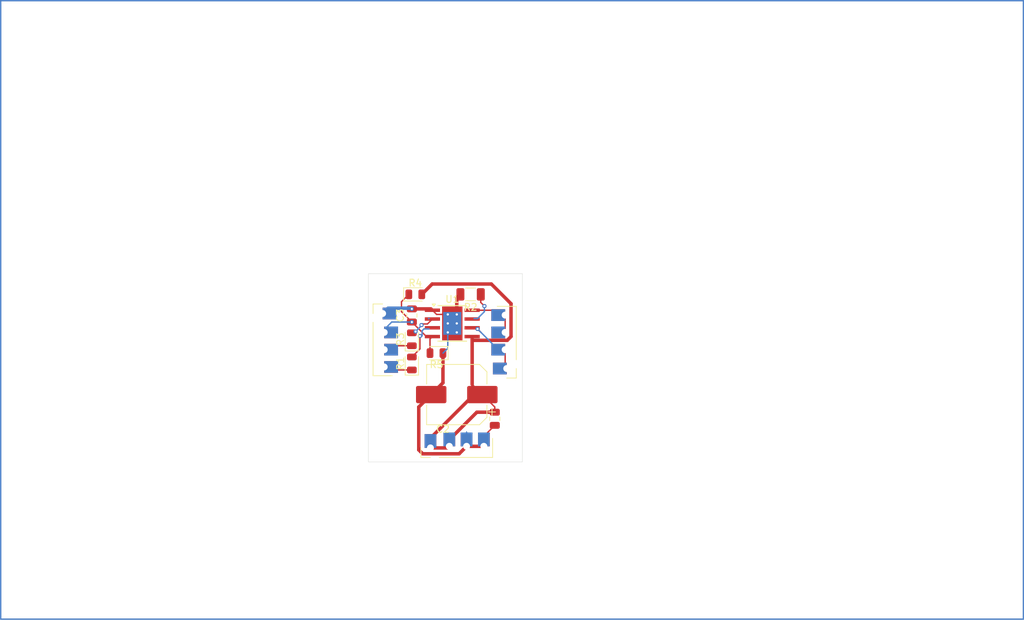
<source format=kicad_pcb>
(kicad_pcb (version 20241229) (generator "pcbnew") (generator_version "9.0")
  (layers (0 "F.Cu" signal) (2 "B.Cu" signal) (13 "F.Paste" user) (15 "B.Paste" user) (5 "F.SilkS" user "F.Silkscreen") (7 "B.SilkS" user "B.Silkscreen") (1 "F.Mask" user) (3 "B.Mask" user) (25 "Edge.Cuts" user))
  (net 0 "")
  (net 1 "VSS")
  (net 2 "GND")
  (net 3 "Net-(J2-Pin_2)")
  (net 4 "Net-(J2-Pin_4)")
  (net 5 "Net-(J2-Pin_3)")
  (net 6 "Net-(U1-ISEN)")
  (net 7 "/I1")
  (net 8 "/I2")
  (net 9 "/M1")
  (net 10 "/M2")
  (footprint "Connector_Castellated_Ray:Connector_Castellated_1x04" (layer "F.Cu") (at 123.5 108.5 180)
    (property "Reference" "J1" (hide yes))
    (property "Value" "Conn_01x04_Socket")
    (fp_line (start -2.61 6.27) (end 0.15 6.27) (stroke (width 0.12)) (layer "F.SilkS"))
    (fp_line (start -2.61 -1.46) (end -2.61 6.27) (stroke (width 0.12)) (layer "F.SilkS"))
    (fp_line (start -2.61 -2.73) (end -2.61 -4.11) (stroke (width 0.12)) (layer "F.SilkS"))
    (fp_line (start -2.61 -4.11) (end -1.23 -4.11) (stroke (width 0.12)) (layer "F.SilkS"))
    (pad "1" thru_hole rect (at -1.23 -2.73 180) (size 2 1.7) (drill 1 (offset 1 0)) (property pad_prop_castellated) (layers "*.Cu" "*.Mask") (net 9 "/M1"))
    (pad "2" thru_hole rect (at -1 0 180) (size 2 1.7) (drill 1 (offset 1 0)) (property pad_prop_castellated) (layers "*.Cu" "*.Mask") (net 9 "/M1"))
    (pad "3" thru_hole rect (at -1 2.5 180) (size 2 1.7) (drill 1 (offset 1 0)) (property pad_prop_castellated) (layers "*.Cu" "*.Mask") (net 10 "/M2"))
    (pad "4" thru_hole rect (at -1 5 180) (size 2 1.7) (drill 1 (offset 1 0)) (property pad_prop_castellated) (layers "*.Cu" "*.Mask") (net 10 "/M2"))
  )
  (footprint "LED_SMD:LED_0805_2012Metric" (layer "F.Cu") (at 111.5 100.5)
    (property "Reference" "R4" (at 0 -1.65 0) (layer "F.SilkS"))
    (property "Value" "R_US")
    (fp_line (start -1.685 -0.96) (end -1.685 0.96) (stroke (width 0.12)) (layer "F.SilkS"))
    (fp_line (start -1.685 0.96) (end 1 0.96) (stroke (width 0.12)) (layer "F.SilkS"))
    (fp_line (start 1 -0.96) (end -1.685 -0.96) (stroke (width 0.12)) (layer "F.SilkS"))
    (pad "1" smd roundrect (at -0.9375 0) (size 0.975 1.4) (layers "F.Cu" "F.Mask" "F.Paste") (net 3 "Net-(J2-Pin_2)"))
    (pad "2" smd roundrect (at 0.9375 0) (size 0.975 1.4) (layers "F.Cu" "F.Mask" "F.Paste") (net 1 "VSS"))
  )
  (footprint "Capacitor_SMD:CP_Elec_8x10.5" (layer "F.Cu") (at 117.5 115 180)
    (property "Reference" "C2" (at 2 -5 0) (layer "F.SilkS"))
    (property "Value" "C_Polarized")
    (fp_line (start 4.36 4.36) (end 4.36 1.51) (stroke (width 0.12)) (layer "F.SilkS"))
    (fp_line (start 4.36 -4.36) (end 4.36 -1.51) (stroke (width 0.12)) (layer "F.SilkS"))
    (fp_line (start -3.295563 4.36) (end 4.36 4.36) (stroke (width 0.12)) (layer "F.SilkS"))
    (fp_line (start -3.295563 -4.36) (end 4.36 -4.36) (stroke (width 0.12)) (layer "F.SilkS"))
    (fp_line (start -4.36 3.295563) (end -3.295563 4.36) (stroke (width 0.12)) (layer "F.SilkS"))
    (fp_line (start -4.36 3.295563) (end -4.36 1.51) (stroke (width 0.12)) (layer "F.SilkS"))
    (fp_line (start -4.36 -3.295563) (end -3.295563 -4.36) (stroke (width 0.12)) (layer "F.SilkS"))
    (fp_line (start -4.36 -3.295563) (end -4.36 -1.51) (stroke (width 0.12)) (layer "F.SilkS"))
    (fp_line (start -5.1 -3.01) (end -5.1 -2.01) (stroke (width 0.12)) (layer "F.SilkS"))
    (fp_line (start -5.6 -2.51) (end -4.6 -2.51) (stroke (width 0.12)) (layer "F.SilkS"))
    (pad "1" smd roundrect (at -3.7 0 180) (size 4.4 2.5) (layers "F.Cu" "F.Mask" "F.Paste") (roundrect_rratio 0.1) (net 1 "VSS"))
    (pad "2" smd roundrect (at 3.7 0 180) (size 4.4 2.5) (layers "F.Cu" "F.Mask" "F.Paste") (roundrect_rratio 0.1) (net 2 "GND"))
  )
  (footprint "Capacitor_SMD:C_1206_3216Metric" (layer "F.Cu") (at 119.5 100.5 180)
    (property "Reference" "R2" (at 0 -1.85 0) (layer "F.SilkS"))
    (property "Value" "R_US")
    (fp_line (start -0.711252 0.91) (end 0.711252 0.91) (stroke (width 0.12)) (layer "F.SilkS"))
    (fp_line (start -0.711252 -0.91) (end 0.711252 -0.91) (stroke (width 0.12)) (layer "F.SilkS"))
    (pad "1" smd roundrect (at -1.475 0 180) (size 1.15 1.8) (layers "F.Cu" "F.Mask" "F.Paste") (roundrect_rratio 0.217391) (net 6 "Net-(U1-ISEN)"))
    (pad "2" smd roundrect (at 1.475 0 180) (size 1.15 1.8) (layers "F.Cu" "F.Mask" "F.Paste") (roundrect_rratio 0.217391) (net 2 "GND"))
  )
  (footprint "LED_SMD:LED_0805_2012Metric" (layer "F.Cu") (at 111 110.5 90)
    (property "Reference" "R1" (at 0 -1.65 90) (layer "F.SilkS"))
    (property "Value" "R_US")
    (fp_line (start 1 -0.96) (end -1.685 -0.96) (stroke (width 0.12)) (layer "F.SilkS"))
    (fp_line (start -1.685 -0.96) (end -1.685 0.96) (stroke (width 0.12)) (layer "F.SilkS"))
    (fp_line (start -1.685 0.96) (end 1 0.96) (stroke (width 0.12)) (layer "F.SilkS"))
    (pad "1" smd roundrect (at -0.9375 0 90) (size 0.975 1.4) (layers "F.Cu" "F.Mask" "F.Paste") (net 4 "Net-(J2-Pin_4)"))
    (pad "2" smd roundrect (at 0.9375 0 90) (size 0.975 1.4) (layers "F.Cu" "F.Mask" "F.Paste") (net 7 "/I1"))
  )
  (footprint "Capacitor_SMD:C_0805_2012Metric" (layer "F.Cu") (at 111 103.55 90)
    (property "Reference" "C3" (at 0 -1.68 90) (layer "F.SilkS"))
    (property "Value" "C")
    (fp_line (start -0.261252 -0.735) (end 0.261252 -0.735) (stroke (width 0.12)) (layer "F.SilkS"))
    (fp_line (start -0.261252 0.735) (end 0.261252 0.735) (stroke (width 0.12)) (layer "F.SilkS"))
    (pad "1" smd roundrect (at -0.95 0 90) (size 1 1.45) (layers "F.Cu" "F.Mask" "F.Paste") (net 3 "Net-(J2-Pin_2)"))
    (pad "2" smd roundrect (at 0.95 0 90) (size 1 1.45) (layers "F.Cu" "F.Mask" "F.Paste") (net 2 "GND"))
  )
  (footprint "Capacitor_SMD:C_0805_2012Metric" (layer "F.Cu") (at 123 118.5 -90)
    (property "Reference" "C1" (hide yes))
    (property "Value" "C" (hide yes))
    (fp_line (start -0.261252 0.735) (end 0.261252 0.735) (stroke (width 0.12)) (layer "F.SilkS"))
    (fp_line (start -0.261252 -0.735) (end 0.261252 -0.735) (stroke (width 0.12)) (layer "F.SilkS"))
    (pad "1" smd roundrect (at -0.95 0 270) (size 1 1.45) (layers "F.Cu" "F.Mask" "F.Paste") (net 1 "VSS"))
    (pad "2" smd roundrect (at 0.95 0 270) (size 1 1.45) (layers "F.Cu" "F.Mask" "F.Paste") (net 2 "GND"))
  )
  (footprint "Connector_Castellated_Ray:Connector_Castellated_1x04" (layer "F.Cu") (at 116.42 121.4875 90)
    (property "Reference" "J3" (hide yes))
    (property "Value" "Conn_01x04_Socket" (hide yes))
    (fp_line (start -2.61 -4.11) (end -1.23 -4.11) (stroke (width 0.12)) (layer "F.SilkS"))
    (fp_line (start -2.61 -2.73) (end -2.61 -4.11) (stroke (width 0.12)) (layer "F.SilkS"))
    (fp_line (start -2.61 -1.46) (end -2.61 6.27) (stroke (width 0.12)) (layer "F.SilkS"))
    (fp_line (start -2.61 6.27) (end 0.15 6.27) (stroke (width 0.12)) (layer "F.SilkS"))
    (pad "1" thru_hole rect (at -1.23 -2.73 90) (size 2 1.7) (drill 1 (offset 1 0)) (property pad_prop_castellated) (layers "*.Cu" "*.Mask") (net 1 "VSS"))
    (pad "2" thru_hole rect (at -1 0 90) (size 2 1.7) (drill 1 (offset 1 0)) (property pad_prop_castellated) (layers "*.Cu" "*.Mask") (net 1 "VSS"))
    (pad "3" thru_hole rect (at -1 2.5 90) (size 2 1.7) (drill 1 (offset 1 0)) (property pad_prop_castellated) (layers "*.Cu" "*.Mask") (net 2 "GND"))
    (pad "4" thru_hole rect (at -1 5 90) (size 2 1.7) (drill 1 (offset 1 0)) (property pad_prop_castellated) (layers "*.Cu" "*.Mask") (net 2 "GND"))
  )
  (footprint "Connector_Castellated_Ray:Connector_Castellated_1x04" (layer "F.Cu") (at 108 106)
    (property "Reference" "J2" (hide yes))
    (property "Value" "Conn_01x04_Socket" (hide yes))
    (fp_line (start -2.61 -4.11) (end -1.23 -4.11) (stroke (width 0.12)) (layer "F.SilkS"))
    (fp_line (start -2.61 -2.73) (end -2.61 -4.11) (stroke (width 0.12)) (layer "F.SilkS"))
    (fp_line (start -2.61 -1.46) (end -2.61 6.27) (stroke (width 0.12)) (layer "F.SilkS"))
    (fp_line (start -2.61 6.27) (end 0.15 6.27) (stroke (width 0.12)) (layer "F.SilkS"))
    (pad "1" thru_hole rect (at -1.23 -2.73) (size 2 1.7) (drill 1 (offset 1 0)) (property pad_prop_castellated) (layers "*.Cu" "*.Mask") (net 2 "GND"))
    (pad "2" thru_hole rect (at -1 0) (size 2 1.7) (drill 1 (offset 1 0)) (property pad_prop_castellated) (layers "*.Cu" "*.Mask") (net 3 "Net-(J2-Pin_2)"))
    (pad "3" thru_hole rect (at -1 2.5) (size 2 1.7) (drill 1 (offset 1 0)) (property pad_prop_castellated) (layers "*.Cu" "*.Mask") (net 5 "Net-(J2-Pin_3)"))
    (pad "4" thru_hole rect (at -1 5) (size 2 1.7) (drill 1 (offset 1 0)) (property pad_prop_castellated) (layers "*.Cu" "*.Mask") (net 4 "Net-(J2-Pin_4)"))
  )
  (footprint "LED_SMD:LED_0805_2012Metric" (layer "F.Cu") (at 114.5625 109 180)
    (property "Reference" "R5" (at 0 -1.65 0) (layer "F.SilkS"))
    (property "Value" "R_US")
    (fp_line (start 1 -0.96) (end -1.685 -0.96) (stroke (width 0.12)) (layer "F.SilkS"))
    (fp_line (start -1.685 0.96) (end 1 0.96) (stroke (width 0.12)) (layer "F.SilkS"))
    (fp_line (start -1.685 -0.96) (end -1.685 0.96) (stroke (width 0.12)) (layer "F.SilkS"))
    (pad "1" smd roundrect (at -0.9375 0 180) (size 0.975 1.4) (layers "F.Cu" "F.Mask" "F.Paste") (net 2 "GND"))
    (pad "2" smd roundrect (at 0.9375 0 180) (size 0.975 1.4) (layers "F.Cu" "F.Mask" "F.Paste") (net 3 "Net-(J2-Pin_2)"))
  )
  (footprint "Package_SO:Texas_HTSOP-8-1EP_3.9x4.9mm_P1.27mm_EP2.95x4.9mm_Mask2.4x3.1mm_ThermalVias" (layer "F.Cu") (at 116.85 104.7)
    (property "Reference" "U1" (at 0 -3.5 0) (layer "F.SilkS"))
    (property "Value" "DRV8870DDA")
    (fp_line (start -2.075 -2.575) (end 2.075 -2.575) (stroke (width 0.15)) (layer "F.SilkS"))
    (fp_line (start -2.075 2.575) (end 2.075 2.575) (stroke (width 0.15)) (layer "F.SilkS"))
    (fp_poly (pts (xy -2.675 -2.475) (xy -2.915 -2.805) (xy -2.435 -2.805) (xy -2.675 -2.475)) (stroke (width 0.12)) (fill yes) (layer "F.SilkS"))
    (pad "1" smd rect (at -2.875 -1.905) (size 2.2 0.5) (layers "F.Cu" "F.Mask" "F.Paste") (net 2 "GND"))
    (pad "2" smd rect (at -2.875 -0.635) (size 2.2 0.5) (layers "F.Cu" "F.Mask" "F.Paste") (net 8 "/I2"))
    (pad "3" smd rect (at -2.875 0.635) (size 2.2 0.5) (layers "F.Cu" "F.Mask" "F.Paste") (net 7 "/I1"))
    (pad "4" smd rect (at -2.875 1.905) (size 2.2 0.5) (layers "F.Cu" "F.Mask" "F.Paste") (net 3 "Net-(J2-Pin_2)"))
    (pad "5" smd rect (at 2.875 1.905) (size 2.2 0.5) (layers "F.Cu" "F.Mask" "F.Paste") (net 1 "VSS"))
    (pad "6" smd rect (at 2.875 0.635) (size 2.2 0.5) (layers "F.Cu" "F.Mask" "F.Paste") (net 9 "/M1"))
    (pad "7" smd rect (at 2.875 -0.635) (size 2.2 0.5) (layers "F.Cu" "F.Mask" "F.Paste") (net 6 "Net-(U1-ISEN)"))
    (pad "8" smd rect (at 2.875 -1.905) (size 2.2 0.5) (layers "F.Cu" "F.Mask" "F.Paste") (net 10 "/M2"))
    (pad "9" thru_hole circle (at -0.65 -1.3) (size 0.63 0.63) (drill 0.33) (layers "*.Cu" "*.Mask") (net 2 "GND"))
    (pad "9" thru_hole circle (at -0.65 0) (size 0.63 0.63) (drill 0.33) (layers "*.Cu" "*.Mask") (net 2 "GND"))
    (pad "9" thru_hole circle (at -0.65 1.3) (size 0.63 0.63) (drill 0.33) (layers "*.Cu" "*.Mask") (net 2 "GND"))
    (pad "9" smd rect (at 0 0) (size 2.6 3.3) (layers "B.Cu") (net 2 "GND"))
    (pad "9" smd rect (at 0 0) (size 2.95 4.9) (layers "F.Cu") (net 2 "GND"))
    (pad "9" thru_hole circle (at 0.65 -1.3) (size 0.63 0.63) (drill 0.33) (layers "*.Cu" "*.Mask") (net 2 "GND"))
    (pad "9" thru_hole circle (at 0.65 0) (size 0.63 0.63) (drill 0.33) (layers "*.Cu" "*.Mask") (net 2 "GND"))
    (pad "9" thru_hole circle (at 0.65 1.3) (size 0.63 0.63) (drill 0.33) (layers "*.Cu" "*.Mask") (net 2 "GND"))
  )
  (footprint "LED_SMD:LED_0805_2012Metric" (layer "F.Cu") (at 111 107 90)
    (property "Reference" "R3" (at 0 -1.65 90) (layer "F.SilkS"))
    (property "Value" "R_US")
    (fp_line (start 1 -0.96) (end -1.685 -0.96) (stroke (width 0.12)) (layer "F.SilkS"))
    (fp_line (start -1.685 -0.96) (end -1.685 0.96) (stroke (width 0.12)) (layer "F.SilkS"))
    (fp_line (start -1.685 0.96) (end 1 0.96) (stroke (width 0.12)) (layer "F.SilkS"))
    (pad "1" smd roundrect (at -0.9375 0 90) (size 0.975 1.4) (layers "F.Cu" "F.Mask" "F.Paste") (net 5 "Net-(J2-Pin_3)"))
    (pad "2" smd roundrect (at 0.9375 0 90) (size 0.975 1.4) (layers "F.Cu" "F.Mask" "F.Paste") (net 8 "/I2"))
  )
  (gr_rect (start 51.5 58) (end 199.5 147.5) (stroke (width 0.2)) (fill no) (layer "B.Cu"))
  (gr_rect (start 104.718266 97.5) (end 127 124.75) (stroke (width 0.05)) (fill no) (layer "Edge.Cuts"))
  (segment (start 116.42 121.5355) (end 116.42 122.4875) (width 0.2) (layer "F.Cu") (net 1))
  (segment (start 113.69 122.51) (end 113.69 121.31) (width 0.5) (layer "F.Cu") (net 1))
  (segment (start 113.69 122.7175) (end 116.19 122.7175) (width 0.5) (layer "F.Cu") (net 1))
  (segment (start 124.801 107.151) (end 119.876 107.151) (width 0.5) (layer "F.Cu") (net 1))
  (segment (start 123 116.8) (end 123 117.55) (width 0.2) (layer "F.Cu") (net 1))
  (segment (start 119.725 107) (end 119.725 106.605) (width 0.2) (layer "F.Cu") (net 1))
  (segment (start 113.69 121.31) (end 120 115) (width 0.5) (layer "F.Cu") (net 1))
  (segment (start 121.2 115) (end 123 116.8) (width 0.2) (layer "F.Cu") (net 1))
  (segment (start 122.5 99) (end 125.351 101.851) (width 0.5) (layer "F.Cu") (net 1))
  (segment (start 116.19 122.7175) (end 116.42 122.4875) (width 0.2) (layer "F.Cu") (net 1))
  (segment (start 123 117.55) (end 120.4055 117.55) (width 0.5) (layer "F.Cu") (net 1))
  (segment (start 112.4375 100.5) (end 113.9375 99) (width 0.5) (layer "F.Cu") (net 1))
  (segment (start 113.69 122.7175) (end 113.69 122.51) (width 0.2) (layer "F.Cu") (net 1))
  (segment (start 119.725 113.525) (end 119.725 107) (width 0.5) (layer "F.Cu") (net 1))
  (segment (start 120 115) (end 121.2 115) (width 0.5) (layer "F.Cu") (net 1))
  (segment (start 125.351 106.601) (end 124.801 107.151) (width 0.5) (layer "F.Cu") (net 1))
  (segment (start 125.351 101.851) (end 125.351 106.601) (width 0.5) (layer "F.Cu") (net 1))
  (segment (start 119.876 107.151) (end 119.725 107) (width 0.5) (layer "F.Cu") (net 1))
  (segment (start 113.9375 99) (end 122.5 99) (width 0.5) (layer "F.Cu") (net 1))
  (segment (start 121.2 115) (end 119.725 113.525) (width 0.2) (layer "F.Cu") (net 1))
  (segment (start 120.4055 117.55) (end 116.42 121.5355) (width 0.5) (layer "F.Cu") (net 1))
  (segment (start 117.839 123.5685) (end 112.5685 123.5685) (width 0.5) (layer "F.Cu") (net 2))
  (segment (start 112 116.8) (end 113.8 115) (width 0.5) (layer "F.Cu") (net 2))
  (segment (start 114.58 103.4) (end 113.975 102.795) (width 0.2) (layer "F.Cu") (net 2))
  (segment (start 117.5 103.4) (end 117.5 101.025) (width 0.5) (layer "F.Cu") (net 2))
  (segment (start 111 102.6) (end 113.78 102.6) (width 0.5) (layer "F.Cu") (net 2))
  (segment (start 112 123) (end 112 116.8) (width 0.5) (layer "F.Cu") (net 2))
  (segment (start 112.5685 123.5685) (end 112 123) (width 0.5) (layer "F.Cu") (net 2))
  (segment (start 115.5 113.3) (end 115.5 109) (width 0.5) (layer "F.Cu") (net 2))
  (segment (start 118.92 122.4875) (end 117.839 123.5685) (width 0.5) (layer "F.Cu") (net 2))
  (segment (start 116.2 103.4) (end 114.58 103.4) (width 0.2) (layer "F.Cu") (net 2))
  (segment (start 118.92 122.4875) (end 120.9875 122.4875) (width 0.5) (layer "F.Cu") (net 2))
  (segment (start 113.8 115) (end 115.5 113.3) (width 0.5) (layer "F.Cu") (net 2))
  (segment (start 113.78 102.6) (end 113.975 102.795) (width 0.2) (layer "F.Cu") (net 2))
  (segment (start 123 119.45) (end 121.42 121.03) (width 0.2) (layer "F.Cu") (net 2))
  (segment (start 120.9875 122.4875) (end 121 122.5) (width 0.2) (layer "F.Cu") (net 2))
  (segment (start 121.42 121.03) (end 121.42 122.4875) (width 0.2) (layer "F.Cu") (net 2))
  (segment (start 117.5 101.025) (end 118.025 100.5) (width 0.5) (layer "F.Cu") (net 2))
  (via (at 111 102.6) (size 0.6) (drill 0.3) (layers "F.Cu" "B.Cu") (net 2))
  (segment (start 116.2 108.3) (end 115.5 109) (width 0.2) (layer "B.Cu") (net 2))
  (segment (start 116.2 106) (end 116.2 108.3) (width 0.2) (layer "B.Cu") (net 2))
  (segment (start 118.92 122.4875) (end 118.92 120.42) (width 0.2) (layer "B.Cu") (net 2))
  (segment (start 106.77 103.27) (end 107.54 102.5) (width 0.2) (layer "B.Cu") (net 2))
  (segment (start 107.54 102.5) (end 111 102.5) (width 0.5) (layer "B.Cu") (net 2))
  (segment (start 110.5625 100.5) (end 109.5 101.5625) (width 0.2) (layer "F.Cu") (net 3))
  (segment (start 113.625 106.955) (end 113.975 106.605) (width 0.2) (layer "F.Cu") (net 3))
  (segment (start 113.975 106.605) (end 113.105 106.605) (width 0.2) (layer "F.Cu") (net 3))
  (segment (start 113.105 106.605) (end 111 104.5) (width 0.2) (layer "F.Cu") (net 3))
  (segment (start 113.625 109) (end 113.625 106.955) (width 0.2) (layer "F.Cu") (net 3))
  (segment (start 109.5 103) (end 111 104.5) (width 0.2) (layer "F.Cu") (net 3))
  (segment (start 109.5 101.5625) (end 109.5 103) (width 0.2) (layer "F.Cu") (net 3))
  (via (at 111 104.5) (size 0.6) (drill 0.3) (layers "F.Cu" "B.Cu") (net 3))
  (segment (start 107 106) (end 107 105.593008) (width 0.2) (layer "B.Cu") (net 3))
  (segment (start 108.093008 104.5) (end 111 104.5) (width 0.2) (layer "B.Cu") (net 3))
  (segment (start 107 105.593008) (end 108.093008 104.5) (width 0.2) (layer "B.Cu") (net 3))
  (segment (start 107.4375 111.4375) (end 107 111) (width 0.2) (layer "F.Cu") (net 4))
  (segment (start 111 111.4375) (end 107.4375 111.4375) (width 0.2) (layer "F.Cu") (net 4))
  (segment (start 107.5625 107.9375) (end 111 107.9375) (width 0.2) (layer "F.Cu") (net 5))
  (segment (start 107 108.5) (end 107.5625 107.9375) (width 0.2) (layer "F.Cu") (net 5))
  (segment (start 120.975 100.5) (end 120.975 101.67) (width 0.2) (layer "F.Cu") (net 6))
  (segment (start 120.975 101.67) (end 121.5 102.195) (width 0.2) (layer "F.Cu") (net 6))
  (via (at 121.5 102.195) (size 0.6) (drill 0.3) (layers "F.Cu" "B.Cu") (net 6))
  (segment (start 120.5 104) (end 120 104) (width 0.2) (layer "B.Cu") (net 6))
  (segment (start 121.5 102.195) (end 121.5 103) (width 0.2) (layer "B.Cu") (net 6))
  (segment (start 121.5 103) (end 120.5 104) (width 0.2) (layer "B.Cu") (net 6))
  (segment (start 111 109.5625) (end 112.171557 108.390943) (width 0.2) (layer "F.Cu") (net 7))
  (segment (start 112.171557 108.390943) (end 112.171557 106.520084) (width 0.2) (layer "F.Cu") (net 7))
  (via (at 112.171557 106.520084) (size 0.6) (drill 0.3) (layers "F.Cu" "B.Cu") (net 7))
  (segment (start 112.479916 105.770084) (end 112.75 105.5) (width 0.2) (layer "B.Cu") (net 7))
  (segment (start 112.75 105.5) (end 113.5 105.5) (width 0.2) (layer "B.Cu") (net 7))
  (segment (start 112.479916 106.520084) (end 112.479916 105.770084) (width 0.2) (layer "B.Cu") (net 7))
  (segment (start 111 106.0625) (end 111.349593 106.0625) (width 0.2) (layer "F.Cu") (net 8))
  (segment (start 112.574 104.784) (end 112.574 104.937255) (width 0.2) (layer "F.Cu") (net 8))
  (segment (start 113.256 104.784) (end 112.574 104.784) (width 0.2) (layer "F.Cu") (net 8))
  (segment (start 111.349593 106.0625) (end 111.531782 105.880311) (width 0.2) (layer "F.Cu") (net 8))
  (segment (start 112.574 104.937255) (end 112.397325 104.937255) (width 0.2) (layer "F.Cu") (net 8))
  (segment (start 113.975 104.065) (end 113.256 104.784) (width 0.2) (layer "F.Cu") (net 8))
  (via (at 111.531782 105.880311) (size 0.6) (drill 0.3) (layers "F.Cu" "B.Cu") (net 8))
  (via (at 112.397325 104.937255) (size 0.6) (drill 0.3) (layers "F.Cu" "B.Cu") (net 8))
  (segment (start 112.397325 105.014768) (end 111.531782 105.880311) (width 0.2) (layer "B.Cu") (net 8))
  (segment (start 112.397325 104.937255) (end 112.397325 105.014768) (width 0.2) (layer "B.Cu") (net 8))
  (segment (start 113.412093 104) (end 113.5 104) (width 0.2) (layer "B.Cu") (net 8))
  (segment (start 124.5 111) (end 124.5 108.5) (width 0.2) (layer "F.Cu") (net 9))
  (segment (start 124.73 111.23) (end 124.5 111) (width 0.2) (layer "F.Cu") (net 9))
  (segment (start 120.335 105.335) (end 121 106) (width 0.2) (layer "F.Cu") (net 9))
  (segment (start 119.725 105.335) (end 120.335 105.335) (width 0.2) (layer "F.Cu") (net 9))
  (via (at 120.5 105.5) (size 0.6) (drill 0.3) (layers "F.Cu" "B.Cu") (net 9))
  (segment (start 123.5 108.5) (end 120.5 105.5) (width 0.2) (layer "B.Cu") (net 9))
  (segment (start 124.5 108.5) (end 123.5 108.5) (width 0.2) (layer "B.Cu") (net 9))
  (segment (start 121.5 102.795) (end 123.795 102.795) (width 0.2) (layer "F.Cu") (net 10))
  (segment (start 123.795 102.795) (end 124.5 103.5) (width 0.2) (layer "F.Cu") (net 10))
  (segment (start 124.5 106) (end 124.5 103.5) (width 0.2) (layer "F.Cu") (net 10))
  (segment (start 121.5 102.795) (end 119.725 102.795) (width 0.2) (layer "F.Cu") (net 10))
)
</source>
